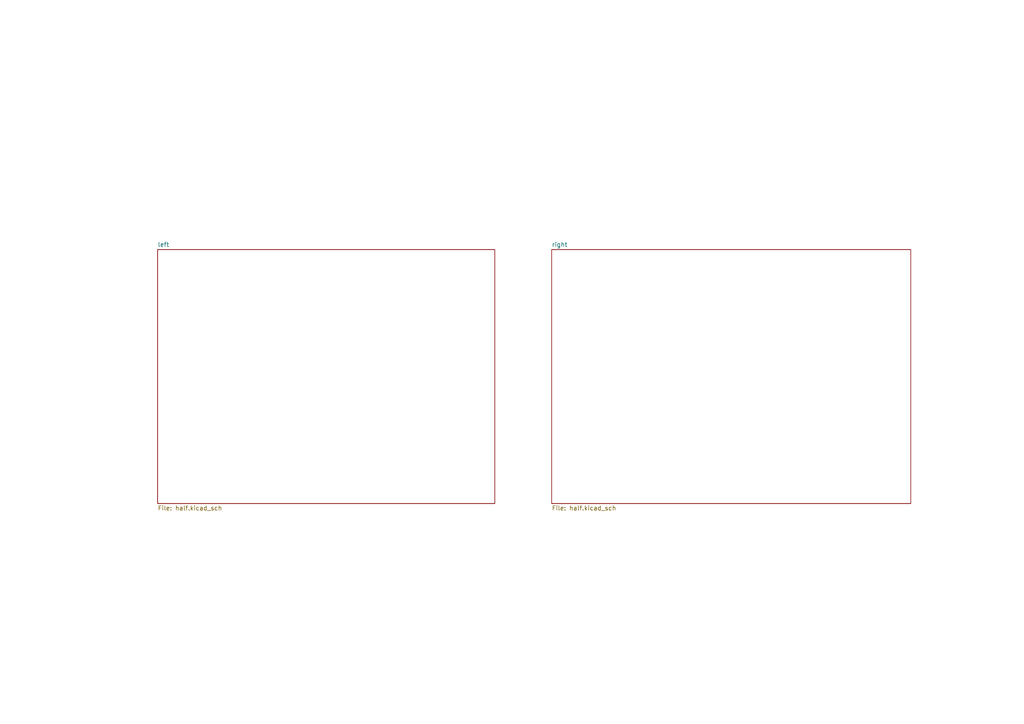
<source format=kicad_sch>
(kicad_sch
	(version 20250114)
	(generator "eeschema")
	(generator_version "9.0")
	(uuid "89922203-b126-4628-8264-14224bcab0ba")
	(paper "A4")
	(lib_symbols)
	(sheet
		(at 160.02 72.39)
		(size 104.14 73.66)
		(exclude_from_sim no)
		(in_bom yes)
		(on_board yes)
		(dnp no)
		(fields_autoplaced yes)
		(stroke
			(width 0.1524)
			(type solid)
		)
		(fill
			(color 0 0 0 0.0000)
		)
		(uuid "7f8bb9dd-1418-4773-8d45-7e891032822a")
		(property "Sheetname" "right"
			(at 160.02 71.6784 0)
			(effects
				(font
					(size 1.27 1.27)
				)
				(justify left bottom)
			)
		)
		(property "Sheetfile" "half.kicad_sch"
			(at 160.02 146.6346 0)
			(effects
				(font
					(size 1.27 1.27)
				)
				(justify left top)
			)
		)
		(instances
			(project "Guys-split-keyboard"
				(path "/89922203-b126-4628-8264-14224bcab0ba"
					(page "3")
				)
			)
		)
	)
	(sheet
		(at 45.72 72.39)
		(size 97.79 73.66)
		(exclude_from_sim no)
		(in_bom yes)
		(on_board yes)
		(dnp no)
		(fields_autoplaced yes)
		(stroke
			(width 0.1524)
			(type solid)
		)
		(fill
			(color 0 0 0 0.0000)
		)
		(uuid "abec0678-73f7-4fbe-80b3-042b0bb97acf")
		(property "Sheetname" "left"
			(at 45.72 71.6784 0)
			(effects
				(font
					(size 1.27 1.27)
				)
				(justify left bottom)
			)
		)
		(property "Sheetfile" "half.kicad_sch"
			(at 45.72 146.6346 0)
			(effects
				(font
					(size 1.27 1.27)
				)
				(justify left top)
			)
		)
		(instances
			(project "Guys-split-keyboard"
				(path "/89922203-b126-4628-8264-14224bcab0ba"
					(page "2")
				)
			)
		)
	)
	(sheet_instances
		(path "/"
			(page "1")
		)
	)
	(embedded_fonts no)
)

</source>
